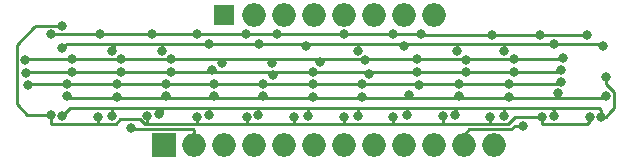
<source format=gbr>
%TF.GenerationSoftware,KiCad,Pcbnew,7.99.0-3522-gc5520b3eef-dirty*%
%TF.CreationDate,2023-12-16T18:04:07+00:00*%
%TF.ProjectId,display module,64697370-6c61-4792-906d-6f64756c652e,rev?*%
%TF.SameCoordinates,Original*%
%TF.FileFunction,Copper,L2,Bot*%
%TF.FilePolarity,Positive*%
%FSLAX46Y46*%
G04 Gerber Fmt 4.6, Leading zero omitted, Abs format (unit mm)*
G04 Created by KiCad (PCBNEW 7.99.0-3522-gc5520b3eef-dirty) date 2023-12-16 18:04:07*
%MOMM*%
%LPD*%
G01*
G04 APERTURE LIST*
%TA.AperFunction,ComponentPad*%
%ADD10R,1.700000X1.700000*%
%TD*%
%TA.AperFunction,ComponentPad*%
%ADD11O,2.000000X2.000000*%
%TD*%
%TA.AperFunction,ComponentPad*%
%ADD12R,2.000000X2.000000*%
%TD*%
%TA.AperFunction,ViaPad*%
%ADD13C,0.800000*%
%TD*%
%TA.AperFunction,Conductor*%
%ADD14C,0.250000*%
%TD*%
G04 APERTURE END LIST*
D10*
%TO.P,J1,1,Pin_1*%
%TO.N,/D*%
X149100000Y-50600000D03*
D11*
%TO.P,J1,2,Pin_2*%
%TO.N,/E*%
X151640000Y-50600000D03*
%TO.P,J1,3,Pin_3*%
%TO.N,/G*%
X154180000Y-50600000D03*
%TO.P,J1,4,Pin_4*%
%TO.N,/F*%
X156720000Y-50600000D03*
%TO.P,J1,5,Pin_5*%
%TO.N,/A*%
X159260000Y-50600000D03*
%TO.P,J1,6,Pin_6*%
%TO.N,/B*%
X161800000Y-50600000D03*
%TO.P,J1,7,Pin_7*%
%TO.N,/C*%
X164340000Y-50600000D03*
%TO.P,J1,8,Pin_8*%
%TO.N,/DP*%
X166880000Y-50600000D03*
%TD*%
D12*
%TO.P,J2,1,Pin_1*%
%TO.N,/G1*%
X144000000Y-61600000D03*
D11*
%TO.P,J2,2,Pin_2*%
%TO.N,/G2*%
X146540000Y-61600000D03*
%TO.P,J2,3,Pin_3*%
%TO.N,/G3*%
X149080000Y-61600000D03*
%TO.P,J2,4,Pin_4*%
%TO.N,/G4*%
X151620000Y-61600000D03*
%TO.P,J2,5,Pin_5*%
%TO.N,/G5*%
X154160000Y-61600000D03*
%TO.P,J2,6,Pin_6*%
%TO.N,/G6*%
X156700000Y-61600000D03*
%TO.P,J2,7,Pin_7*%
%TO.N,/G7*%
X159240000Y-61600000D03*
%TO.P,J2,8,Pin_8*%
%TO.N,/G8*%
X161780000Y-61600000D03*
%TO.P,J2,9,Pin_9*%
%TO.N,/G9*%
X164320000Y-61600000D03*
%TO.P,J2,10,Pin_10*%
%TO.N,/G10*%
X166860000Y-61600000D03*
%TO.P,J2,11,Pin_11*%
%TO.N,/G11*%
X169400000Y-61600000D03*
%TO.P,J2,12,Pin_12*%
%TO.N,/G12*%
X171940000Y-61600000D03*
%TD*%
D13*
%TO.N,/F*%
X153165945Y-54636776D03*
X169539224Y-54345120D03*
X144600000Y-54325000D03*
X173600000Y-54325000D03*
X132236144Y-54375732D03*
X140400000Y-54325000D03*
X148874197Y-54656365D03*
X157196646Y-54520229D03*
X161037251Y-54370011D03*
X177796752Y-54202777D03*
X136200000Y-54325000D03*
X165383437Y-54331418D03*
%TO.N,/G*%
X153269268Y-55675500D03*
X140400000Y-55430732D03*
X161365001Y-55573729D03*
X165400000Y-55430732D03*
X156600000Y-55400497D03*
X177600000Y-55200000D03*
X144600000Y-55430732D03*
X132326032Y-55485456D03*
X173600000Y-55430732D03*
X169600000Y-55430732D03*
X148044642Y-55213899D03*
X136200000Y-55430732D03*
%TO.N,/D*%
X146800000Y-59200000D03*
X151000000Y-59200000D03*
X134400000Y-59000000D03*
X180025808Y-59225500D03*
X171600000Y-59200000D03*
X138400000Y-59200000D03*
X155000000Y-59200000D03*
X135400000Y-51475500D03*
X142547408Y-59134260D03*
X167600000Y-59124500D03*
X163400000Y-59200000D03*
X159200000Y-59200000D03*
X176000000Y-59200000D03*
%TO.N,/E*%
X156600000Y-56400000D03*
X135800000Y-56400000D03*
X173200000Y-56400000D03*
X165600000Y-56515000D03*
X148200000Y-56400000D03*
X160800000Y-56400000D03*
X177587701Y-56212299D03*
X144200000Y-56400000D03*
X132500000Y-56500000D03*
X140000000Y-56400000D03*
X169000000Y-56400000D03*
X152400000Y-56400000D03*
%TO.N,/B*%
X160400000Y-53600000D03*
X147800000Y-53000000D03*
X177000000Y-53000000D03*
X164307000Y-53208817D03*
X156007000Y-53200000D03*
X172800000Y-53600000D03*
X181200000Y-53200000D03*
X143800000Y-53600000D03*
X152019301Y-53043900D03*
X168800000Y-53600000D03*
X135400000Y-53400000D03*
X139600000Y-53600000D03*
%TO.N,/DP*%
X147800000Y-59000000D03*
X181400000Y-55800000D03*
X181024968Y-59199346D03*
X164600000Y-59000000D03*
X156200000Y-59075500D03*
X152000000Y-59000000D03*
X139600000Y-59075500D03*
X160400000Y-59075500D03*
X143600000Y-58975500D03*
X168600000Y-59000000D03*
X177000000Y-59075500D03*
X135400000Y-59075500D03*
X172800000Y-59075500D03*
%TO.N,/C*%
X135810872Y-57457205D03*
X156646060Y-57465909D03*
X152407507Y-57458882D03*
X173246060Y-57465909D03*
X177400000Y-57200000D03*
X164757585Y-57369659D03*
X139983418Y-57470229D03*
X148270441Y-57464363D03*
X169007507Y-57458882D03*
X181400000Y-57400000D03*
X160759928Y-57483473D03*
X144194032Y-57399485D03*
%TO.N,/A*%
X138600000Y-52200000D03*
X171800000Y-52275500D03*
X159262500Y-52200000D03*
X165800000Y-52200000D03*
X153600000Y-52200000D03*
X150962500Y-52200000D03*
X143000000Y-52200000D03*
X134400000Y-52200000D03*
X146812500Y-52212500D03*
X179800000Y-52275500D03*
X163400000Y-52200000D03*
X175862500Y-52262500D03*
%TO.N,/G2*%
X141200000Y-60124500D03*
%TO.N,/G11*%
X174400000Y-59924500D03*
%TD*%
D14*
%TO.N,/F*%
X177674529Y-54325000D02*
X173600000Y-54325000D01*
X140400000Y-54325000D02*
X136200000Y-54325000D01*
X157391875Y-54325000D02*
X157196646Y-54520229D01*
X157196646Y-54520229D02*
X157001417Y-54325000D01*
X173600000Y-54325000D02*
X157391875Y-54325000D01*
X144600000Y-54325000D02*
X140400000Y-54325000D01*
X132236144Y-54375732D02*
X132286876Y-54325000D01*
X132286876Y-54325000D02*
X136200000Y-54325000D01*
X177796752Y-54202777D02*
X177674529Y-54325000D01*
X157001417Y-54325000D02*
X144600000Y-54325000D01*
%TO.N,/G*%
X177369268Y-55430732D02*
X177600000Y-55200000D01*
X173600000Y-55430732D02*
X177369268Y-55430732D01*
X148261475Y-55430732D02*
X148044642Y-55213899D01*
X153514036Y-55430732D02*
X153269268Y-55675500D01*
X156569765Y-55430732D02*
X153514036Y-55430732D01*
X144600000Y-55430732D02*
X147827809Y-55430732D01*
X161365001Y-55573729D02*
X161507998Y-55430732D01*
X156630235Y-55430732D02*
X161222004Y-55430732D01*
X132326032Y-55485456D02*
X132380756Y-55430732D01*
X153024500Y-55430732D02*
X148261475Y-55430732D01*
X161507998Y-55430732D02*
X165400000Y-55430732D01*
X165400000Y-55430732D02*
X169600000Y-55430732D01*
X132380756Y-55430732D02*
X136200000Y-55430732D01*
X169600000Y-55430732D02*
X173600000Y-55430732D01*
X153269268Y-55675500D02*
X153024500Y-55430732D01*
X140400000Y-55430732D02*
X144600000Y-55430732D01*
X147827809Y-55430732D02*
X148044642Y-55213899D01*
X156600000Y-55400497D02*
X156630235Y-55430732D01*
X136200000Y-55430732D02*
X140400000Y-55430732D01*
X156600000Y-55400497D02*
X156569765Y-55430732D01*
X161222004Y-55430732D02*
X161365001Y-55573729D01*
%TO.N,/D*%
X180025808Y-59574192D02*
X180025808Y-59225500D01*
X151000000Y-59800000D02*
X155000000Y-59800000D01*
X176000000Y-59200000D02*
X176000000Y-59800000D01*
X139900305Y-59800500D02*
X140300805Y-59400000D01*
X134400000Y-59000000D02*
X132400000Y-59000000D01*
X151000000Y-59200000D02*
X151000000Y-59800000D01*
X142000000Y-59400000D02*
X142400000Y-59800000D01*
X131600000Y-58200000D02*
X131511144Y-58111144D01*
X167600000Y-59124500D02*
X167600000Y-59800000D01*
X133125000Y-51475000D02*
X135399500Y-51475000D01*
X159200000Y-59800000D02*
X163400000Y-59800000D01*
X155000000Y-59800000D02*
X159200000Y-59800000D01*
X142400000Y-59800000D02*
X146800000Y-59800000D01*
X159200000Y-59200000D02*
X159200000Y-59800000D01*
X133000000Y-51600000D02*
X133125000Y-51475000D01*
X172099695Y-59800500D02*
X173100305Y-59800500D01*
X134400000Y-59800000D02*
X138400000Y-59800000D01*
X140300805Y-59400000D02*
X142000000Y-59400000D01*
X139000000Y-59800000D02*
X139000500Y-59800500D01*
X173700805Y-59200000D02*
X176000000Y-59200000D01*
X138400000Y-59800000D02*
X139000000Y-59800000D01*
X171600000Y-59200000D02*
X171600000Y-59800000D01*
X171600000Y-59800000D02*
X172099195Y-59800000D01*
X146800000Y-59200000D02*
X146800000Y-59800000D01*
X131511144Y-53088856D02*
X133000000Y-51600000D01*
X163400000Y-59200000D02*
X163400000Y-59800000D01*
X176000000Y-59800000D02*
X179800000Y-59800000D01*
X167600000Y-59800000D02*
X171600000Y-59800000D01*
X146800000Y-59800000D02*
X151000000Y-59800000D01*
X131511144Y-58111144D02*
X131511144Y-53088856D01*
X163400000Y-59800000D02*
X167600000Y-59800000D01*
X139000500Y-59800500D02*
X139900305Y-59800500D01*
X142547408Y-59652592D02*
X142400000Y-59800000D01*
X132400000Y-59000000D02*
X131600000Y-58200000D01*
X173100305Y-59800500D02*
X173700805Y-59200000D01*
X135399500Y-51475000D02*
X135400000Y-51475500D01*
X142547408Y-59134260D02*
X142547408Y-59652592D01*
X179800000Y-59800000D02*
X180025808Y-59574192D01*
X138400000Y-59200000D02*
X138400000Y-59800000D01*
X172099195Y-59800000D02*
X172099695Y-59800500D01*
X155000000Y-59200000D02*
X155000000Y-59800000D01*
X134400000Y-59000000D02*
X134400000Y-59800000D01*
%TO.N,/E*%
X156600000Y-56400000D02*
X160800000Y-56400000D01*
X173200000Y-56400000D02*
X177400000Y-56400000D01*
X165485000Y-56400000D02*
X165600000Y-56515000D01*
X177400000Y-56400000D02*
X177587701Y-56212299D01*
X140000000Y-56400000D02*
X144200000Y-56400000D01*
X148200000Y-56400000D02*
X152400000Y-56400000D01*
X144200000Y-56400000D02*
X148200000Y-56400000D01*
X165600000Y-56515000D02*
X165715000Y-56400000D01*
X169000000Y-56400000D02*
X173200000Y-56400000D01*
X135800000Y-56400000D02*
X140000000Y-56400000D01*
X132500000Y-56500000D02*
X132600000Y-56400000D01*
X132600000Y-56400000D02*
X135800000Y-56400000D01*
X165715000Y-56400000D02*
X169000000Y-56400000D01*
X160800000Y-56400000D02*
X165485000Y-56400000D01*
X152400000Y-56400000D02*
X156600000Y-56400000D01*
%TO.N,/B*%
X147800000Y-53000000D02*
X148000000Y-53000000D01*
X168800000Y-53000000D02*
X172800000Y-53000000D01*
X168800000Y-53600000D02*
X168800000Y-53000000D01*
X156200000Y-53000000D02*
X160400000Y-53000000D01*
X172800000Y-53000000D02*
X177000000Y-53000000D01*
X135400000Y-53400000D02*
X135800000Y-53000000D01*
X135800000Y-53000000D02*
X139800000Y-53000000D01*
X160400000Y-53600000D02*
X160400000Y-53000000D01*
X143800000Y-53600000D02*
X143800000Y-53000000D01*
X164307000Y-53208817D02*
X164515817Y-53000000D01*
X139800000Y-53400000D02*
X139800000Y-53000000D01*
X172800000Y-53600000D02*
X172800000Y-53000000D01*
X148000000Y-53000000D02*
X152200000Y-53000000D01*
X152019301Y-53043900D02*
X152063201Y-53000000D01*
X164515817Y-53000000D02*
X164600000Y-53000000D01*
X139800000Y-53000000D02*
X143800000Y-53000000D01*
X143800000Y-53000000D02*
X148000000Y-53000000D01*
X160400000Y-53000000D02*
X164600000Y-53000000D01*
X164600000Y-53000000D02*
X168800000Y-53000000D01*
X152200000Y-53000000D02*
X156200000Y-53000000D01*
X152063201Y-53000000D02*
X152200000Y-53000000D01*
X181000000Y-53000000D02*
X181200000Y-53200000D01*
X139600000Y-53600000D02*
X139800000Y-53400000D01*
X156200000Y-53007000D02*
X156200000Y-53000000D01*
X177000000Y-53000000D02*
X181000000Y-53000000D01*
X156007000Y-53200000D02*
X156200000Y-53007000D01*
%TO.N,/DP*%
X182125000Y-57099695D02*
X181425305Y-56400000D01*
X164600000Y-58400000D02*
X160400000Y-58400000D01*
X168600000Y-59000000D02*
X168600000Y-58600000D01*
X177000000Y-59075500D02*
X177000000Y-58600000D01*
X168600000Y-58600000D02*
X168800000Y-58400000D01*
X177000000Y-58600000D02*
X176800000Y-58400000D01*
X181425305Y-56400000D02*
X181400000Y-56400000D01*
X160400000Y-58400000D02*
X156200000Y-58400000D01*
X156200000Y-59075500D02*
X156200000Y-58400000D01*
X181024968Y-59199346D02*
X181400654Y-59199346D01*
X156200000Y-58400000D02*
X152000000Y-58400000D01*
X181024968Y-59199346D02*
X181024968Y-58624968D01*
X139600000Y-58400000D02*
X136075500Y-58400000D01*
X152000000Y-58400000D02*
X147800000Y-58400000D01*
X152000000Y-59000000D02*
X152000000Y-58400000D01*
X147800000Y-59000000D02*
X147800000Y-58400000D01*
X182125000Y-58475000D02*
X182125000Y-57200000D01*
X139600000Y-59075500D02*
X139600000Y-58400000D01*
X182125000Y-57200000D02*
X182125000Y-57099695D01*
X180800000Y-58400000D02*
X176800000Y-58400000D01*
X176800000Y-58400000D02*
X172800000Y-58400000D01*
X172800000Y-58400000D02*
X168800000Y-58400000D01*
X181800000Y-58800000D02*
X182125000Y-58475000D01*
X143800000Y-58775500D02*
X143800000Y-58400000D01*
X164600000Y-59000000D02*
X164600000Y-58400000D01*
X147800000Y-58400000D02*
X143800000Y-58400000D01*
X181400654Y-59199346D02*
X181800000Y-58800000D01*
X172800000Y-59075500D02*
X172800000Y-58400000D01*
X168800000Y-58400000D02*
X164600000Y-58400000D01*
X160400000Y-59075500D02*
X160400000Y-58400000D01*
X181024968Y-58624968D02*
X180800000Y-58400000D01*
X136075500Y-58400000D02*
X135400000Y-59075500D01*
X143800000Y-58400000D02*
X139600000Y-58400000D01*
X143600000Y-58975500D02*
X143800000Y-58775500D01*
X181400000Y-56400000D02*
X181400000Y-55800000D01*
%TO.N,/C*%
X181200000Y-57600000D02*
X181400000Y-57400000D01*
X177400000Y-57600000D02*
X181200000Y-57600000D01*
X140000000Y-57600000D02*
X177400000Y-57600000D01*
X177400000Y-57200000D02*
X177400000Y-57600000D01*
X135953667Y-57600000D02*
X140000000Y-57600000D01*
X135810872Y-57457205D02*
X135953667Y-57600000D01*
X139983418Y-57470229D02*
X139983418Y-57583418D01*
X139983418Y-57583418D02*
X140000000Y-57600000D01*
%TO.N,/A*%
X179800000Y-52275500D02*
X175875500Y-52275500D01*
X175862500Y-52262500D02*
X171813000Y-52262500D01*
X163400000Y-52200000D02*
X159262500Y-52200000D01*
X146825000Y-52200000D02*
X146812500Y-52212500D01*
X165800000Y-52200000D02*
X165875500Y-52275500D01*
X165800000Y-52200000D02*
X163400000Y-52200000D01*
X138600000Y-52200000D02*
X134400000Y-52200000D01*
X143000000Y-52200000D02*
X138600000Y-52200000D01*
X171813000Y-52262500D02*
X171800000Y-52275500D01*
X150962500Y-52200000D02*
X146825000Y-52200000D01*
X165875500Y-52275500D02*
X171800000Y-52275500D01*
X153600000Y-52200000D02*
X150962500Y-52200000D01*
X143012500Y-52212500D02*
X143000000Y-52200000D01*
X153600000Y-52200000D02*
X159262500Y-52200000D01*
X175875500Y-52275500D02*
X175862500Y-52262500D01*
X146812500Y-52212500D02*
X143012500Y-52212500D01*
%TO.N,/G2*%
X146540000Y-60340000D02*
X146540000Y-61475000D01*
X141200000Y-60124500D02*
X141325500Y-60250000D01*
X141325500Y-60250000D02*
X146450000Y-60250000D01*
X146450000Y-60250000D02*
X146540000Y-60340000D01*
%TO.N,/G11*%
X173337201Y-60200000D02*
X173287201Y-60250000D01*
X174400000Y-59924500D02*
X173675500Y-59924500D01*
X173400000Y-60200000D02*
X173337201Y-60200000D01*
X173287201Y-60250000D02*
X169850000Y-60250000D01*
X169850000Y-60250000D02*
X169400000Y-60700000D01*
X169400000Y-60700000D02*
X169400000Y-61475000D01*
X173675500Y-59924500D02*
X173400000Y-60200000D01*
%TD*%
M02*

</source>
